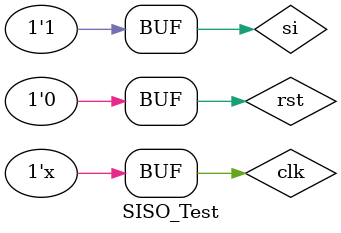
<source format=v>
`timescale 1ns / 1ps


module SISO_Test;

	// Inputs
	reg clk;
	reg rst;
	reg si;

	// Outputs
	wire so;

	// Instantiate the Unit Under Test (UUT)
	SISO uut (
		.clk(clk), 
		.rst(rst), 
		.si(si), 
		.so(so)
	);
	initial
	clk = 1'b1;
	always #10 clk = ~clk;
	initial begin
		// Initialize Inputs
		si = 1'b0; rst = 1'b1;

		// Wait 100 ns for global reset to finish
		#100 rst = 1'b0;
		#100 si = 1'b1;
		#100 rst = 1'b1;
		#100 rst = 1'b0;
        
		// Add stimulus here

	end
      
endmodule


</source>
